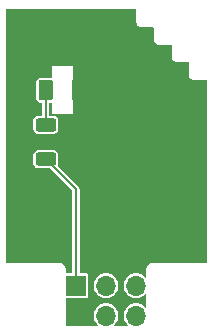
<source format=gbr>
%TF.GenerationSoftware,KiCad,Pcbnew,8.0.6*%
%TF.CreationDate,2024-11-11T17:29:18+03:00*%
%TF.ProjectId,broken-file badge,62726f6b-656e-42d6-9669-6c6520626164,rev?*%
%TF.SameCoordinates,Original*%
%TF.FileFunction,Copper,L2,Bot*%
%TF.FilePolarity,Positive*%
%FSLAX46Y46*%
G04 Gerber Fmt 4.6, Leading zero omitted, Abs format (unit mm)*
G04 Created by KiCad (PCBNEW 8.0.6) date 2024-11-11 17:29:18*
%MOMM*%
%LPD*%
G01*
G04 APERTURE LIST*
G04 Aperture macros list*
%AMRoundRect*
0 Rectangle with rounded corners*
0 $1 Rounding radius*
0 $2 $3 $4 $5 $6 $7 $8 $9 X,Y pos of 4 corners*
0 Add a 4 corners polygon primitive as box body*
4,1,4,$2,$3,$4,$5,$6,$7,$8,$9,$2,$3,0*
0 Add four circle primitives for the rounded corners*
1,1,$1+$1,$2,$3*
1,1,$1+$1,$4,$5*
1,1,$1+$1,$6,$7*
1,1,$1+$1,$8,$9*
0 Add four rect primitives between the rounded corners*
20,1,$1+$1,$2,$3,$4,$5,0*
20,1,$1+$1,$4,$5,$6,$7,0*
20,1,$1+$1,$6,$7,$8,$9,0*
20,1,$1+$1,$8,$9,$2,$3,0*%
G04 Aperture macros list end*
%TA.AperFunction,SMDPad,CuDef*%
%ADD10RoundRect,0.250000X0.375000X0.625000X-0.375000X0.625000X-0.375000X-0.625000X0.375000X-0.625000X0*%
%TD*%
%TA.AperFunction,ComponentPad*%
%ADD11R,1.700000X1.700000*%
%TD*%
%TA.AperFunction,ComponentPad*%
%ADD12O,1.700000X1.700000*%
%TD*%
%TA.AperFunction,SMDPad,CuDef*%
%ADD13RoundRect,0.250000X0.625000X-0.312500X0.625000X0.312500X-0.625000X0.312500X-0.625000X-0.312500X0*%
%TD*%
%TA.AperFunction,Conductor*%
%ADD14C,0.200000*%
%TD*%
G04 APERTURE END LIST*
D10*
%TO.P,D1,1,K*%
%TO.N,GND*%
X44520000Y-39470000D03*
%TO.P,D1,2,A*%
%TO.N,Net-(D2-A)*%
X41720000Y-39470000D03*
%TD*%
D11*
%TO.P,J1,1,Pin_1*%
%TO.N,VCC*%
X44275000Y-55995000D03*
D12*
%TO.P,J1,2,Pin_2*%
%TO.N,GND*%
X44275000Y-58535000D03*
%TO.P,J1,3,Pin_3*%
%TO.N,unconnected-(J1-Pin_3-Pad3)*%
X46815000Y-55995000D03*
%TO.P,J1,4,Pin_4*%
%TO.N,unconnected-(J1-Pin_4-Pad4)*%
X46815000Y-58535000D03*
%TO.P,J1,5,Pin_5*%
%TO.N,unconnected-(J1-Pin_5-Pad5)*%
X49355000Y-55995000D03*
%TO.P,J1,6,Pin_6*%
%TO.N,unconnected-(J1-Pin_6-Pad6)*%
X49355000Y-58535000D03*
%TD*%
D13*
%TO.P,R1,1*%
%TO.N,VCC*%
X41710000Y-45292500D03*
%TO.P,R1,2*%
%TO.N,Net-(D2-A)*%
X41710000Y-42367500D03*
%TD*%
D14*
%TO.N,Net-(D2-A)*%
X41710000Y-42367500D02*
X41710000Y-39480000D01*
X41710000Y-39480000D02*
X41720000Y-39470000D01*
%TO.N,VCC*%
X44275000Y-47857500D02*
X41710000Y-45292500D01*
X44275000Y-55995000D02*
X44275000Y-47857500D01*
%TD*%
%TA.AperFunction,Conductor*%
%TO.N,GND*%
G36*
X49355148Y-32624852D02*
G01*
X49369500Y-32659500D01*
X49369500Y-33695895D01*
X49403607Y-33823184D01*
X49403608Y-33823188D01*
X49469500Y-33937314D01*
X49562686Y-34030500D01*
X49604457Y-34054617D01*
X49676811Y-34096391D01*
X49676813Y-34096391D01*
X49676814Y-34096392D01*
X49777207Y-34123292D01*
X49804104Y-34130499D01*
X49804105Y-34130500D01*
X49804108Y-34130500D01*
X50800500Y-34130500D01*
X50835148Y-34144852D01*
X50849500Y-34179500D01*
X50849500Y-35175895D01*
X50883607Y-35303184D01*
X50883608Y-35303188D01*
X50949500Y-35417314D01*
X51042686Y-35510500D01*
X51084457Y-35534617D01*
X51156811Y-35576391D01*
X51156813Y-35576391D01*
X51156814Y-35576392D01*
X51257207Y-35603292D01*
X51284104Y-35610499D01*
X51284105Y-35610500D01*
X51284108Y-35610500D01*
X51415892Y-35610500D01*
X52330500Y-35610500D01*
X52365148Y-35624852D01*
X52379500Y-35659500D01*
X52379500Y-36655895D01*
X52413607Y-36783184D01*
X52413608Y-36783188D01*
X52479500Y-36897314D01*
X52572686Y-36990500D01*
X52614457Y-37014617D01*
X52686811Y-37056391D01*
X52686813Y-37056391D01*
X52686814Y-37056392D01*
X52787207Y-37083292D01*
X52814104Y-37090499D01*
X52814105Y-37090500D01*
X52814108Y-37090500D01*
X53800500Y-37090500D01*
X53835148Y-37104852D01*
X53849500Y-37139500D01*
X53849500Y-38175895D01*
X53883607Y-38303184D01*
X53883608Y-38303188D01*
X53931907Y-38386842D01*
X53949500Y-38417314D01*
X54042686Y-38510500D01*
X54064075Y-38522849D01*
X54156811Y-38576391D01*
X54156813Y-38576391D01*
X54156814Y-38576392D01*
X54257207Y-38603292D01*
X54284104Y-38610499D01*
X54284105Y-38610500D01*
X54284108Y-38610500D01*
X54415892Y-38610500D01*
X55330166Y-38610500D01*
X55364814Y-38624852D01*
X55379166Y-38659500D01*
X55379166Y-38659530D01*
X55377350Y-41652204D01*
X55373498Y-48002267D01*
X55369834Y-54040530D01*
X55355461Y-54075169D01*
X55320834Y-54089500D01*
X50674105Y-54089500D01*
X50546815Y-54123607D01*
X50546811Y-54123608D01*
X50432685Y-54189500D01*
X50432685Y-54189501D01*
X50339501Y-54282685D01*
X50339500Y-54282685D01*
X50273608Y-54396811D01*
X50273607Y-54396815D01*
X50239500Y-54524104D01*
X50239500Y-55279908D01*
X50225148Y-55314556D01*
X50190500Y-55328908D01*
X50155852Y-55314556D01*
X50152627Y-55310998D01*
X50101410Y-55248590D01*
X49941450Y-55117315D01*
X49758954Y-55019768D01*
X49560934Y-54959700D01*
X49355000Y-54939417D01*
X49149065Y-54959700D01*
X49149064Y-54959700D01*
X48951043Y-55019769D01*
X48768548Y-55117316D01*
X48608590Y-55248590D01*
X48477316Y-55408548D01*
X48379769Y-55591043D01*
X48319700Y-55789064D01*
X48319700Y-55789065D01*
X48319700Y-55789066D01*
X48299417Y-55995000D01*
X48319700Y-56200934D01*
X48379768Y-56398954D01*
X48477315Y-56581450D01*
X48608590Y-56741410D01*
X48768550Y-56872685D01*
X48951046Y-56970232D01*
X49149066Y-57030300D01*
X49355000Y-57050583D01*
X49560934Y-57030300D01*
X49758954Y-56970232D01*
X49941450Y-56872685D01*
X50101410Y-56741410D01*
X50152624Y-56679004D01*
X50185697Y-56661327D01*
X50221585Y-56672213D01*
X50239264Y-56705288D01*
X50239500Y-56710091D01*
X50239500Y-57819908D01*
X50225148Y-57854556D01*
X50190500Y-57868908D01*
X50155852Y-57854556D01*
X50152627Y-57850998D01*
X50101410Y-57788590D01*
X49941450Y-57657315D01*
X49758954Y-57559768D01*
X49560934Y-57499700D01*
X49355000Y-57479417D01*
X49149065Y-57499700D01*
X49149064Y-57499700D01*
X48951043Y-57559769D01*
X48768548Y-57657316D01*
X48608590Y-57788590D01*
X48477316Y-57948548D01*
X48379769Y-58131043D01*
X48319700Y-58329064D01*
X48319700Y-58329065D01*
X48319700Y-58329066D01*
X48299417Y-58535000D01*
X48319700Y-58740934D01*
X48379768Y-58938954D01*
X48477315Y-59121450D01*
X48608590Y-59281410D01*
X48658808Y-59322623D01*
X48676487Y-59355697D01*
X48665601Y-59391585D01*
X48632526Y-59409264D01*
X48627723Y-59409500D01*
X47542277Y-59409500D01*
X47507629Y-59395148D01*
X47493277Y-59360500D01*
X47507629Y-59325852D01*
X47511184Y-59322628D01*
X47561410Y-59281410D01*
X47692685Y-59121450D01*
X47790232Y-58938954D01*
X47850300Y-58740934D01*
X47870583Y-58535000D01*
X47850300Y-58329066D01*
X47790232Y-58131046D01*
X47692685Y-57948550D01*
X47561410Y-57788590D01*
X47401450Y-57657315D01*
X47218954Y-57559768D01*
X47020934Y-57499700D01*
X46815000Y-57479417D01*
X46609065Y-57499700D01*
X46609064Y-57499700D01*
X46411043Y-57559769D01*
X46228548Y-57657316D01*
X46068590Y-57788590D01*
X45937316Y-57948548D01*
X45839769Y-58131043D01*
X45779700Y-58329064D01*
X45779700Y-58329065D01*
X45779700Y-58329066D01*
X45759417Y-58535000D01*
X45779700Y-58740934D01*
X45839768Y-58938954D01*
X45937315Y-59121450D01*
X46068590Y-59281410D01*
X46118808Y-59322623D01*
X46136487Y-59355697D01*
X46125601Y-59391585D01*
X46092526Y-59409264D01*
X46087723Y-59409500D01*
X43439500Y-59409500D01*
X43404852Y-59395148D01*
X43390500Y-59360500D01*
X43390500Y-57094500D01*
X43404852Y-57059852D01*
X43439500Y-57045500D01*
X45144745Y-57045500D01*
X45144748Y-57045500D01*
X45203231Y-57033867D01*
X45269552Y-56989552D01*
X45313867Y-56923231D01*
X45325500Y-56864748D01*
X45325500Y-55995000D01*
X45759417Y-55995000D01*
X45779700Y-56200934D01*
X45839768Y-56398954D01*
X45937315Y-56581450D01*
X46068590Y-56741410D01*
X46228550Y-56872685D01*
X46411046Y-56970232D01*
X46609066Y-57030300D01*
X46815000Y-57050583D01*
X47020934Y-57030300D01*
X47218954Y-56970232D01*
X47401450Y-56872685D01*
X47561410Y-56741410D01*
X47692685Y-56581450D01*
X47790232Y-56398954D01*
X47850300Y-56200934D01*
X47870583Y-55995000D01*
X47850300Y-55789066D01*
X47790232Y-55591046D01*
X47692685Y-55408550D01*
X47561410Y-55248590D01*
X47401450Y-55117315D01*
X47218954Y-55019768D01*
X47020934Y-54959700D01*
X46815000Y-54939417D01*
X46609065Y-54959700D01*
X46609064Y-54959700D01*
X46411043Y-55019769D01*
X46228548Y-55117316D01*
X46068590Y-55248590D01*
X45937316Y-55408548D01*
X45839769Y-55591043D01*
X45779700Y-55789064D01*
X45779700Y-55789065D01*
X45779700Y-55789066D01*
X45759417Y-55995000D01*
X45325500Y-55995000D01*
X45325500Y-55125252D01*
X45313867Y-55066769D01*
X45282462Y-55019769D01*
X45269552Y-55000447D01*
X45208569Y-54959700D01*
X45203231Y-54956133D01*
X45144748Y-54944500D01*
X45144745Y-54944500D01*
X44624500Y-54944500D01*
X44589852Y-54930148D01*
X44575500Y-54895500D01*
X44575500Y-47817935D01*
X44575499Y-47817934D01*
X44555022Y-47741513D01*
X44555021Y-47741510D01*
X44515459Y-47672988D01*
X42734726Y-45892255D01*
X42720374Y-45857607D01*
X42729949Y-45828509D01*
X42737793Y-45817882D01*
X42782646Y-45689699D01*
X42785500Y-45659266D01*
X42785500Y-44925734D01*
X42782646Y-44895301D01*
X42737793Y-44767118D01*
X42737792Y-44767117D01*
X42737791Y-44767114D01*
X42657150Y-44657849D01*
X42547885Y-44577208D01*
X42547876Y-44577204D01*
X42419698Y-44532353D01*
X42389275Y-44529500D01*
X42389266Y-44529500D01*
X41030734Y-44529500D01*
X41030724Y-44529500D01*
X41000301Y-44532353D01*
X41000300Y-44532353D01*
X40872123Y-44577204D01*
X40872114Y-44577208D01*
X40762849Y-44657849D01*
X40682208Y-44767114D01*
X40682204Y-44767123D01*
X40637353Y-44895300D01*
X40637353Y-44895301D01*
X40634500Y-44925724D01*
X40634500Y-45659275D01*
X40637353Y-45689698D01*
X40637353Y-45689699D01*
X40682204Y-45817876D01*
X40682208Y-45817885D01*
X40762849Y-45927150D01*
X40872114Y-46007791D01*
X40872117Y-46007792D01*
X40872118Y-46007793D01*
X40872120Y-46007793D01*
X40872123Y-46007795D01*
X41000301Y-46052646D01*
X41030734Y-46055500D01*
X42027733Y-46055500D01*
X42062381Y-46069852D01*
X43960148Y-47967619D01*
X43974500Y-48002267D01*
X43974500Y-54895500D01*
X43960148Y-54930148D01*
X43925500Y-54944500D01*
X43439500Y-54944500D01*
X43404852Y-54930148D01*
X43390500Y-54895500D01*
X43390500Y-54524105D01*
X43390499Y-54524104D01*
X43356392Y-54396815D01*
X43356391Y-54396811D01*
X43290499Y-54282685D01*
X43197314Y-54189500D01*
X43083188Y-54123608D01*
X43083184Y-54123607D01*
X42955895Y-54089500D01*
X42955892Y-54089500D01*
X38419500Y-54089500D01*
X38384852Y-54075148D01*
X38370500Y-54040500D01*
X38370500Y-42000724D01*
X40634500Y-42000724D01*
X40634500Y-42734275D01*
X40637353Y-42764698D01*
X40637353Y-42764699D01*
X40682204Y-42892876D01*
X40682208Y-42892885D01*
X40762849Y-43002150D01*
X40872114Y-43082791D01*
X40872117Y-43082792D01*
X40872118Y-43082793D01*
X40872120Y-43082793D01*
X40872123Y-43082795D01*
X41000301Y-43127646D01*
X41030734Y-43130500D01*
X41030744Y-43130500D01*
X42389256Y-43130500D01*
X42389266Y-43130500D01*
X42419699Y-43127646D01*
X42547882Y-43082793D01*
X42657150Y-43002150D01*
X42737793Y-42892882D01*
X42782646Y-42764699D01*
X42785500Y-42734266D01*
X42785500Y-42000734D01*
X42782646Y-41970301D01*
X42737793Y-41842118D01*
X42737792Y-41842117D01*
X42737791Y-41842114D01*
X42657150Y-41732849D01*
X42547885Y-41652208D01*
X42547876Y-41652204D01*
X42419698Y-41607353D01*
X42389275Y-41604500D01*
X42389266Y-41604500D01*
X42059500Y-41604500D01*
X42024852Y-41590148D01*
X42010500Y-41555500D01*
X42010500Y-40594500D01*
X42024852Y-40559852D01*
X42059500Y-40545500D01*
X42149256Y-40545500D01*
X42149266Y-40545500D01*
X42179699Y-40542646D01*
X42179707Y-40542643D01*
X42182609Y-40542010D01*
X42183034Y-40543958D01*
X42214315Y-40545583D01*
X42239423Y-40573442D01*
X42242241Y-40589941D01*
X42240000Y-41500000D01*
X43999999Y-41500000D01*
X44000000Y-41500000D01*
X43990000Y-37450000D01*
X43980056Y-37449942D01*
X42250000Y-37439999D01*
X42249999Y-37440000D01*
X42247752Y-38352229D01*
X42233315Y-38386842D01*
X42198631Y-38401108D01*
X42182568Y-38398358D01*
X42179696Y-38397353D01*
X42179698Y-38397353D01*
X42149275Y-38394500D01*
X42149266Y-38394500D01*
X41290734Y-38394500D01*
X41290724Y-38394500D01*
X41260301Y-38397353D01*
X41260300Y-38397353D01*
X41132123Y-38442204D01*
X41132114Y-38442208D01*
X41022849Y-38522849D01*
X40942208Y-38632114D01*
X40942204Y-38632123D01*
X40897353Y-38760300D01*
X40897353Y-38760301D01*
X40894500Y-38790724D01*
X40894500Y-40149275D01*
X40897353Y-40179698D01*
X40897353Y-40179699D01*
X40942204Y-40307876D01*
X40942208Y-40307885D01*
X41022849Y-40417150D01*
X41132114Y-40497791D01*
X41132117Y-40497792D01*
X41132118Y-40497793D01*
X41132120Y-40497793D01*
X41132123Y-40497795D01*
X41258483Y-40542010D01*
X41260301Y-40542646D01*
X41290734Y-40545500D01*
X41360500Y-40545500D01*
X41395148Y-40559852D01*
X41409500Y-40594500D01*
X41409500Y-41555500D01*
X41395148Y-41590148D01*
X41360500Y-41604500D01*
X41030724Y-41604500D01*
X41000301Y-41607353D01*
X41000300Y-41607353D01*
X40872123Y-41652204D01*
X40872114Y-41652208D01*
X40762849Y-41732849D01*
X40682208Y-41842114D01*
X40682204Y-41842123D01*
X40637353Y-41970300D01*
X40637353Y-41970301D01*
X40634500Y-42000724D01*
X38370500Y-42000724D01*
X38370500Y-32659500D01*
X38384852Y-32624852D01*
X38419500Y-32610500D01*
X49320500Y-32610500D01*
X49355148Y-32624852D01*
G37*
%TD.AperFunction*%
%TD*%
M02*

</source>
